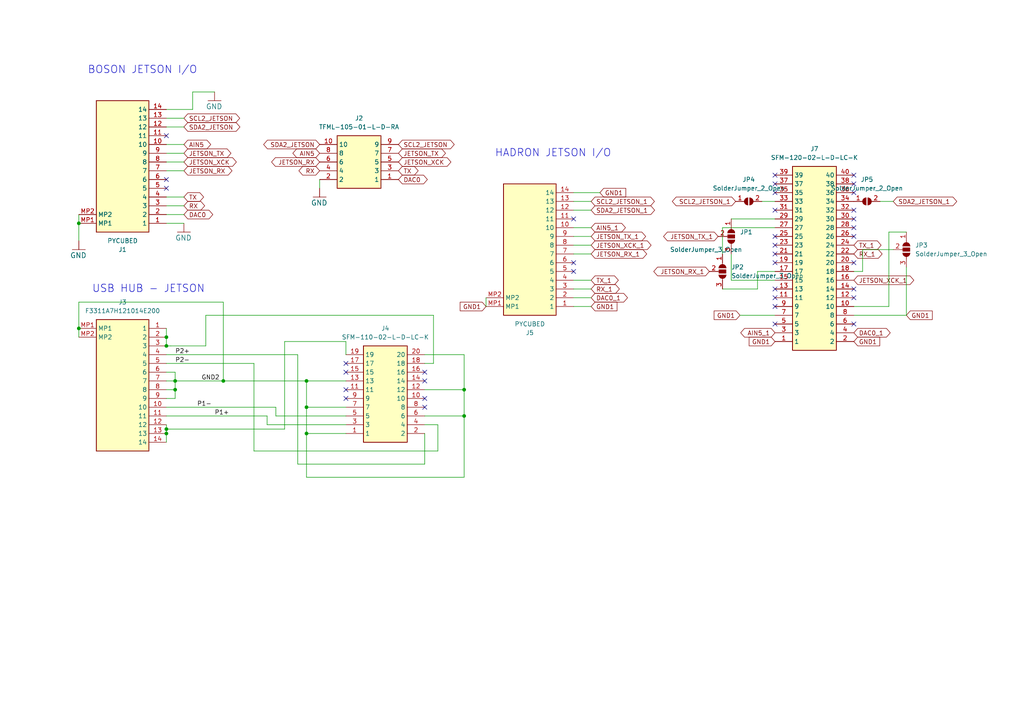
<source format=kicad_sch>
(kicad_sch (version 20230121) (generator eeschema)
  (paper "A4")
  (lib_symbols
    (symbol "Jumper:SolderJumper_2_Open" (pin_names (offset 0) hide)
      (property "Reference" "JP" (at 0 2.032 0))
      (property "Value" "SolderJumper_2_Open" (at 0 -2.54 0))
      (symbol "SolderJumper_2_Open_0_1"
        (arc (start -0.254 1.016) (mid -1.2656 0) (end -0.254 -1.016))
        (arc (start -0.254 1.016) (mid -1.2656 0) (end -0.254 -1.016) (fill (type outline)))
        (polyline (pts (xy -0.254 1.016) (xy -0.254 -1.016)))
        (polyline (pts (xy 0.254 1.016) (xy 0.254 -1.016)))
        (arc (start 0.254 -1.016) (mid 1.2656 0) (end 0.254 1.016))
        (arc (start 0.254 -1.016) (mid 1.2656 0) (end 0.254 1.016) (fill (type outline)))
      )
      (symbol "SolderJumper_2_Open_1_1"
        (pin passive line (at -3.81 0 0) (length 2.54) (name "A") (number "1"))
        (pin passive line (at 3.81 0 180) (length 2.54) (name "B") (number "2"))
      )
    )
    (symbol "Jumper:SolderJumper_3_Open" (pin_names (offset 0) hide)
      (property "Reference" "JP" (at -2.54 -2.54 0))
      (property "Value" "SolderJumper_3_Open" (at 0 2.794 0))
      (symbol "SolderJumper_3_Open_0_1"
        (arc (start -1.016 1.016) (mid -2.0276 0) (end -1.016 -1.016))
        (arc (start -1.016 1.016) (mid -2.0276 0) (end -1.016 -1.016) (fill (type outline)))
        (rectangle (start -0.508 1.016) (end 0.508 -1.016) (fill (type outline)))
        (polyline (pts (xy -2.54 0) (xy -2.032 0)))
        (polyline (pts (xy -1.016 1.016) (xy -1.016 -1.016)))
        (polyline (pts (xy 0 -1.27) (xy 0 -1.016)))
        (polyline (pts (xy 1.016 1.016) (xy 1.016 -1.016)))
        (polyline (pts (xy 2.54 0) (xy 2.032 0)))
        (arc (start 1.016 -1.016) (mid 2.0276 0) (end 1.016 1.016))
        (arc (start 1.016 -1.016) (mid 2.0276 0) (end 1.016 1.016) (fill (type outline)))
      )
      (symbol "SolderJumper_3_Open_1_1"
        (pin passive line (at -5.08 0 0) (length 2.54) (name "A") (number "1"))
        (pin passive line (at 0 -3.81 90) (length 2.54) (name "C") (number "2"))
        (pin passive line (at 5.08 0 180) (length 2.54) (name "B") (number "3"))
      )
    )
    (symbol "SamacSys_Parts:F3311A7H121014E200"
      (property "Reference" "J" (at 21.59 7.62 0))
      (property "Value" "F3311A7H121014E200" (at 21.59 5.08 0))
      (symbol "F3311A7H121014E200_1_1"
        (rectangle (start 5.08 2.54) (end 20.32 -35.56) (stroke (width 0.254)) (fill (type background)))
        (pin passive line (at 25.4 0 180) (length 5.08) (name "1") (number "1"))
        (pin passive line (at 25.4 -22.86 180) (length 5.08) (name "10") (number "10"))
        (pin passive line (at 25.4 -25.4 180) (length 5.08) (name "11") (number "11"))
        (pin passive line (at 25.4 -27.94 180) (length 5.08) (name "12") (number "12"))
        (pin passive line (at 25.4 -30.48 180) (length 5.08) (name "13") (number "13"))
        (pin passive line (at 25.4 -33.02 180) (length 5.08) (name "14") (number "14"))
        (pin passive line (at 25.4 -2.54 180) (length 5.08) (name "2") (number "2"))
        (pin passive line (at 25.4 -5.08 180) (length 5.08) (name "3") (number "3"))
        (pin passive line (at 25.4 -7.62 180) (length 5.08) (name "4") (number "4"))
        (pin passive line (at 25.4 -10.16 180) (length 5.08) (name "5") (number "5"))
        (pin passive line (at 25.4 -12.7 180) (length 5.08) (name "6") (number "6"))
        (pin passive line (at 25.4 -15.24 180) (length 5.08) (name "7") (number "7"))
        (pin passive line (at 25.4 -17.78 180) (length 5.08) (name "8") (number "8"))
        (pin passive line (at 25.4 -20.32 180) (length 5.08) (name "9") (number "9"))
        (pin passive line (at 0 0 0) (length 5.08) (name "MP1") (number "MP1"))
        (pin passive line (at 0 -2.54 0) (length 5.08) (name "MP2") (number "MP2"))
      )
    )
    (symbol "SamacSys_Parts:SFM-110-02-L-D-LC-K"
      (property "Reference" "J" (at 19.05 7.62 0))
      (property "Value" "SFM-110-02-L-D-LC-K" (at 19.05 5.08 0))
      (symbol "SFM-110-02-L-D-LC-K_1_1"
        (rectangle (start 5.08 2.54) (end 17.78 -25.4) (stroke (width 0.254)) (fill (type background)))
        (pin passive line (at 0 -22.86 0) (length 5.08) (name "1") (number "1"))
        (pin passive line (at 22.86 -12.7 180) (length 5.08) (name "10") (number "10"))
        (pin passive line (at 0 -10.16 0) (length 5.08) (name "11") (number "11"))
        (pin passive line (at 22.86 -10.16 180) (length 5.08) (name "12") (number "12"))
        (pin passive line (at 0 -7.62 0) (length 5.08) (name "13") (number "13"))
        (pin passive line (at 22.86 -7.62 180) (length 5.08) (name "14") (number "14"))
        (pin passive line (at 0 -5.08 0) (length 5.08) (name "15") (number "15"))
        (pin passive line (at 22.86 -5.08 180) (length 5.08) (name "16") (number "16"))
        (pin passive line (at 0 -2.54 0) (length 5.08) (name "17") (number "17"))
        (pin passive line (at 22.86 -2.54 180) (length 5.08) (name "18") (number "18"))
        (pin passive line (at 0 0 0) (length 5.08) (name "19") (number "19"))
        (pin passive line (at 22.86 -22.86 180) (length 5.08) (name "2") (number "2"))
        (pin passive line (at 22.86 0 180) (length 5.08) (name "20") (number "20"))
        (pin passive line (at 0 -20.32 0) (length 5.08) (name "3") (number "3"))
        (pin passive line (at 22.86 -20.32 180) (length 5.08) (name "4") (number "4"))
        (pin passive line (at 0 -17.78 0) (length 5.08) (name "5") (number "5"))
        (pin passive line (at 22.86 -17.78 180) (length 5.08) (name "6") (number "6"))
        (pin passive line (at 0 -15.24 0) (length 5.08) (name "7") (number "7"))
        (pin passive line (at 22.86 -15.24 180) (length 5.08) (name "8") (number "8"))
        (pin passive line (at 0 -12.7 0) (length 5.08) (name "9") (number "9"))
      )
    )
    (symbol "SamacSys_Parts:SFM-120-02-L-D-LC-K"
      (property "Reference" "J" (at 19.05 7.62 0))
      (property "Value" "SFM-120-02-L-D-LC-K" (at 19.05 5.08 0))
      (symbol "SFM-120-02-L-D-LC-K_1_1"
        (rectangle (start 5.08 2.54) (end 17.78 -50.8) (stroke (width 0.254)) (fill (type background)))
        (pin passive line (at 0 -48.26 0) (length 5.08) (name "1") (number "1"))
        (pin passive line (at 22.86 -38.1 180) (length 5.08) (name "10") (number "10"))
        (pin passive line (at 0 -35.56 0) (length 5.08) (name "11") (number "11"))
        (pin passive line (at 22.86 -35.56 180) (length 5.08) (name "12") (number "12"))
        (pin passive line (at 0 -33.02 0) (length 5.08) (name "13") (number "13"))
        (pin passive line (at 22.86 -33.02 180) (length 5.08) (name "14") (number "14"))
        (pin passive line (at 0 -30.48 0) (length 5.08) (name "15") (number "15"))
        (pin passive line (at 22.86 -30.48 180) (length 5.08) (name "16") (number "16"))
        (pin passive line (at 0 -27.94 0) (length 5.08) (name "17") (number "17"))
        (pin passive line (at 22.86 -27.94 180) (length 5.08) (name "18") (number "18"))
        (pin passive line (at 0 -25.4 0) (length 5.08) (name "19") (number "19"))
        (pin passive line (at 22.86 -48.26 180) (length 5.08) (name "2") (number "2"))
        (pin passive line (at 22.86 -25.4 180) (length 5.08) (name "20") (number "20"))
        (pin passive line (at 0 -22.86 0) (length 5.08) (name "21") (number "21"))
        (pin passive line (at 22.86 -22.86 180) (length 5.08) (name "22") (number "22"))
        (pin passive line (at 0 -20.32 0) (length 5.08) (name "23") (number "23"))
        (pin passive line (at 22.86 -20.32 180) (length 5.08) (name "24") (number "24"))
        (pin passive line (at 0 -17.78 0) (length 5.08) (name "25") (number "25"))
        (pin passive line (at 22.86 -17.78 180) (length 5.08) (name "26") (number "26"))
        (pin passive line (at 0 -15.24 0) (length 5.08) (name "27") (number "27"))
        (pin passive line (at 22.86 -15.24 180) (length 5.08) (name "28") (number "28"))
        (pin passive line (at 0 -12.7 0) (length 5.08) (name "29") (number "29"))
        (pin passive line (at 0 -45.72 0) (length 5.08) (name "3") (number "3"))
        (pin passive line (at 22.86 -12.7 180) (length 5.08) (name "30") (number "30"))
        (pin passive line (at 0 -10.16 0) (length 5.08) (name "31") (number "31"))
        (pin passive line (at 22.86 -10.16 180) (length 5.08) (name "32") (number "32"))
        (pin passive line (at 0 -7.62 0) (length 5.08) (name "33") (number "33"))
        (pin passive line (at 22.86 -7.62 180) (length 5.08) (name "34") (number "34"))
        (pin passive line (at 0 -5.08 0) (length 5.08) (name "35") (number "35"))
        (pin passive line (at 22.86 -5.08 180) (length 5.08) (name "36") (number "36"))
        (pin passive line (at 0 -2.54 0) (length 5.08) (name "37") (number "37"))
        (pin passive line (at 22.86 -2.54 180) (length 5.08) (name "38") (number "38"))
        (pin passive line (at 0 0 0) (length 5.08) (name "39") (number "39"))
        (pin passive line (at 22.86 -45.72 180) (length 5.08) (name "4") (number "4"))
        (pin passive line (at 22.86 0 180) (length 5.08) (name "40") (number "40"))
        (pin passive line (at 0 -43.18 0) (length 5.08) (name "5") (number "5"))
        (pin passive line (at 22.86 -43.18 180) (length 5.08) (name "6") (number "6"))
        (pin passive line (at 0 -40.64 0) (length 5.08) (name "7") (number "7"))
        (pin passive line (at 22.86 -40.64 180) (length 5.08) (name "8") (number "8"))
        (pin passive line (at 0 -38.1 0) (length 5.08) (name "9") (number "9"))
      )
    )
    (symbol "SamacSys_Parts:TFML-105-01-L-D-RA"
      (property "Reference" "J" (at 19.05 7.62 0))
      (property "Value" "TFML-105-01-L-D-RA" (at 19.05 5.08 0))
      (symbol "TFML-105-01-L-D-RA_1_1"
        (rectangle (start 5.08 2.54) (end 17.78 -12.7) (stroke (width 0.254)) (fill (type background)))
        (pin passive line (at 22.86 -10.16 180) (length 5.08) (name "1") (number "1"))
        (pin passive line (at 0 0 0) (length 5.08) (name "10") (number "10"))
        (pin passive line (at 0 -10.16 0) (length 5.08) (name "2") (number "2"))
        (pin passive line (at 22.86 -7.62 180) (length 5.08) (name "3") (number "3"))
        (pin passive line (at 0 -7.62 0) (length 5.08) (name "4") (number "4"))
        (pin passive line (at 22.86 -5.08 180) (length 5.08) (name "5") (number "5"))
        (pin passive line (at 0 -5.08 0) (length 5.08) (name "6") (number "6"))
        (pin passive line (at 22.86 -2.54 180) (length 5.08) (name "7") (number "7"))
        (pin passive line (at 0 -2.54 0) (length 5.08) (name "8") (number "8"))
        (pin passive line (at 22.86 0 180) (length 5.08) (name "9") (number "9"))
      )
    )
    (symbol "mainboard:GND" (power) (pin_names (offset 1.016))
      (property "Value" "GND" (at -2.54 -2.54 0))
      (symbol "GND_1_0"
        (polyline (pts (xy -1.905 0) (xy 1.905 0)))
        (pin power_in line (at 0 2.54 270) (length 2.54) (name "GND") (number "1"))
      )
    )
  )
  (junction (at 48.26 125.73))
  (junction (at 134.62 113.03))
  (junction (at 88.9 118.11))
  (junction (at 88.9 110.49))
  (junction (at 50.8 113.03))
  (junction (at 22.86 64.77))
  (junction (at 48.26 124.46))
  (junction (at 88.9 125.73))
  (junction (at 48.26 97.79))
  (junction (at 134.62 120.65))
  (junction (at 48.26 100.33))
  (junction (at 50.8 110.49))
  (junction (at 22.86 95.25))
  (junction (at 64.77 110.49))
  (no_connect (at 224.79 86.36))
  (no_connect (at 224.79 83.82))
  (no_connect (at 247.65 53.34))
  (no_connect (at 247.65 83.82))
  (no_connect (at 123.19 115.57))
  (no_connect (at 48.26 54.61))
  (no_connect (at 224.79 71.12))
  (no_connect (at 247.65 93.98))
  (no_connect (at 123.19 107.95))
  (no_connect (at 123.19 118.11))
  (no_connect (at 224.79 55.88))
  (no_connect (at 247.65 50.8))
  (no_connect (at 224.79 76.2))
  (no_connect (at 166.37 76.2))
  (no_connect (at 224.79 93.98))
  (no_connect (at 247.65 76.2))
  (no_connect (at 247.65 60.96))
  (no_connect (at 247.65 86.36))
  (no_connect (at 224.79 73.66))
  (no_connect (at 166.37 78.74))
  (no_connect (at 100.33 115.57))
  (no_connect (at 247.65 68.58))
  (no_connect (at 247.65 66.04))
  (no_connect (at 224.79 53.34))
  (no_connect (at 48.26 52.07))
  (no_connect (at 224.79 60.96))
  (no_connect (at 100.33 105.41))
  (no_connect (at 123.19 110.49))
  (no_connect (at 224.79 88.9))
  (no_connect (at 166.37 63.5))
  (no_connect (at 247.65 55.88))
  (no_connect (at 100.33 107.95))
  (no_connect (at 100.33 113.03))
  (no_connect (at 247.65 63.5))
  (no_connect (at 48.26 39.37))
  (no_connect (at 224.79 68.58))
  (no_connect (at 224.79 50.8))
  (wire (pts (xy 80.01 118.11) (xy 80.01 120.65)))
  (wire (pts (xy 48.26 105.41) (xy 73.66 105.41)) (stroke (width 0.1524)))
  (wire (pts (xy 134.62 102.87) (xy 134.62 113.03)))
  (wire (pts (xy 48.26 125.73) (xy 48.26 128.27)))
  (wire (pts (xy 127 123.19) (xy 123.19 123.19)) (stroke (width 0.1524)))
  (wire (pts (xy 55.88 26.67) (xy 62.23 26.67)))
  (wire (pts (xy 140.97 88.9) (xy 140.97 86.36)))
  (wire (pts (xy 100.33 118.11) (xy 88.9 118.11)))
  (wire (pts (xy 82.55 99.06) (xy 100.33 99.06)))
  (wire (pts (xy 219.71 83.82) (xy 219.71 78.74)))
  (wire (pts (xy 220.98 58.42) (xy 224.79 58.42)))
  (wire (pts (xy 64.77 87.63) (xy 64.77 110.49)))
  (wire (pts (xy 22.86 95.25) (xy 22.86 97.79)))
  (wire (pts (xy 48.26 31.75) (xy 55.88 31.75)))
  (wire (pts (xy 22.86 87.63) (xy 64.77 87.63)))
  (wire (pts (xy 50.8 107.95) (xy 50.8 110.49)) (stroke (width 0.1524)))
  (wire (pts (xy 48.26 118.11) (xy 80.01 118.11)))
  (wire (pts (xy 166.37 73.66) (xy 171.45 73.66)))
  (wire (pts (xy 48.26 124.46) (xy 82.55 124.46)))
  (wire (pts (xy 64.77 110.49) (xy 88.9 110.49)) (stroke (width 0.1524)))
  (wire (pts (xy 48.26 46.99) (xy 53.34 46.99)))
  (wire (pts (xy 209.55 83.82) (xy 219.71 83.82)))
  (wire (pts (xy 250.19 78.74) (xy 247.65 78.74)))
  (wire (pts (xy 166.37 88.9) (xy 171.45 88.9)))
  (wire (pts (xy 48.26 115.57) (xy 50.8 115.57)))
  (wire (pts (xy 134.62 120.65) (xy 123.19 120.65)))
  (wire (pts (xy 55.88 26.67) (xy 55.88 31.75)))
  (wire (pts (xy 134.62 113.03) (xy 134.62 120.65)))
  (wire (pts (xy 48.26 100.33) (xy 48.26 97.79)) (stroke (width 0.1524)))
  (wire (pts (xy 48.26 49.53) (xy 53.34 49.53)))
  (wire (pts (xy 100.33 125.73) (xy 88.9 125.73)))
  (wire (pts (xy 59.69 100.33) (xy 49.53 100.33)))
  (wire (pts (xy 22.86 95.25) (xy 22.86 87.63)))
  (wire (pts (xy 134.62 138.43) (xy 134.62 120.65)))
  (wire (pts (xy 22.86 64.77) (xy 22.86 69.85)))
  (wire (pts (xy 255.27 58.42) (xy 259.08 58.42)))
  (wire (pts (xy 166.37 55.88) (xy 173.99 55.88)))
  (wire (pts (xy 166.37 58.42) (xy 171.45 58.42)))
  (wire (pts (xy 73.66 130.81) (xy 127 130.81)) (stroke (width 0.1524)))
  (wire (pts (xy 250.19 72.39) (xy 250.19 78.74)))
  (wire (pts (xy 100.33 99.06) (xy 100.33 102.87)))
  (wire (pts (xy 123.19 102.87) (xy 134.62 102.87)))
  (wire (pts (xy 262.89 77.47) (xy 262.89 91.44)))
  (wire (pts (xy 166.37 83.82) (xy 171.45 83.82)))
  (wire (pts (xy 166.37 81.28) (xy 171.45 81.28)))
  (wire (pts (xy 171.45 66.04) (xy 166.37 66.04)))
  (wire (pts (xy 247.65 91.44) (xy 262.89 91.44)))
  (wire (pts (xy 48.26 124.46) (xy 48.26 125.73)))
  (wire (pts (xy 48.26 113.03) (xy 50.8 113.03)))
  (wire (pts (xy 48.26 62.23) (xy 53.34 62.23)))
  (wire (pts (xy 59.69 91.44) (xy 125.73 91.44)))
  (wire (pts (xy 48.26 123.19) (xy 48.26 124.46)))
  (wire (pts (xy 88.9 110.49) (xy 88.9 118.11)))
  (wire (pts (xy 77.47 123.19) (xy 100.33 123.19)))
  (wire (pts (xy 59.69 100.33) (xy 59.69 91.44)))
  (wire (pts (xy 127 130.81) (xy 127 123.19)) (stroke (width 0.1524)))
  (wire (pts (xy 212.09 63.5) (xy 224.79 63.5)))
  (wire (pts (xy 259.08 72.39) (xy 250.19 72.39)))
  (wire (pts (xy 48.26 57.15) (xy 53.34 57.15)))
  (wire (pts (xy 257.81 88.9) (xy 257.81 67.31)))
  (wire (pts (xy 77.47 120.65) (xy 77.47 123.19)))
  (wire (pts (xy 214.63 91.44) (xy 224.79 91.44)))
  (wire (pts (xy 166.37 68.58) (xy 171.45 68.58)))
  (wire (pts (xy 50.8 115.57) (xy 50.8 113.03)))
  (wire (pts (xy 257.81 67.31) (xy 262.89 67.31)))
  (wire (pts (xy 48.26 100.33) (xy 49.53 100.33)) (stroke (width 0.1524)))
  (wire (pts (xy 48.26 59.69) (xy 53.34 59.69)))
  (wire (pts (xy 86.36 102.87) (xy 86.36 134.62)) (stroke (width 0.1524)))
  (wire (pts (xy 86.36 102.87) (xy 48.26 102.87)) (stroke (width 0.1524)))
  (wire (pts (xy 219.71 78.74) (xy 224.79 78.74)))
  (wire (pts (xy 48.26 64.77) (xy 53.34 64.77)))
  (wire (pts (xy 48.26 44.45) (xy 53.34 44.45)))
  (wire (pts (xy 123.19 105.41) (xy 125.73 105.41)))
  (wire (pts (xy 86.36 134.62) (xy 123.19 134.62)) (stroke (width 0.1524)))
  (wire (pts (xy 212.09 73.66) (xy 212.09 81.28)))
  (wire (pts (xy 50.8 113.03) (xy 50.8 110.49)))
  (wire (pts (xy 22.86 64.77) (xy 22.86 62.23)))
  (wire (pts (xy 166.37 86.36) (xy 171.45 86.36)))
  (wire (pts (xy 88.9 118.11) (xy 88.9 125.73)))
  (wire (pts (xy 53.34 41.91) (xy 48.26 41.91)))
  (wire (pts (xy 209.55 73.66) (xy 209.55 66.04)))
  (wire (pts (xy 92.71 52.07) (xy 92.71 54.61)))
  (wire (pts (xy 48.26 36.83) (xy 53.34 36.83)))
  (wire (pts (xy 166.37 71.12) (xy 171.45 71.12)))
  (wire (pts (xy 88.9 138.43) (xy 134.62 138.43)))
  (wire (pts (xy 209.55 66.04) (xy 224.79 66.04)))
  (wire (pts (xy 82.55 124.46) (xy 82.55 99.06)))
  (wire (pts (xy 166.37 60.96) (xy 171.45 60.96)))
  (wire (pts (xy 125.73 91.44) (xy 125.73 105.41)))
  (wire (pts (xy 123.19 113.03) (xy 134.62 113.03)))
  (wire (pts (xy 80.01 120.65) (xy 100.33 120.65)))
  (wire (pts (xy 48.26 97.79) (xy 48.26 95.25)) (stroke (width 0.1524)))
  (wire (pts (xy 247.65 88.9) (xy 257.81 88.9)))
  (wire (pts (xy 50.8 110.49) (xy 64.77 110.49)) (stroke (width 0.1524)))
  (wire (pts (xy 123.19 134.62) (xy 123.19 125.73)) (stroke (width 0.1524)))
  (wire (pts (xy 48.26 120.65) (xy 77.47 120.65)))
  (wire (pts (xy 48.26 110.49) (xy 50.8 110.49)) (stroke (width 0.1524)))
  (wire (pts (xy 88.9 125.73) (xy 88.9 138.43)))
  (wire (pts (xy 212.09 81.28) (xy 224.79 81.28)))
  (wire (pts (xy 73.66 105.41) (xy 73.66 130.81)) (stroke (width 0.1524)))
  (wire (pts (xy 48.26 34.29) (xy 53.34 34.29)))
  (wire (pts (xy 100.33 110.49) (xy 88.9 110.49)))
  (wire (pts (xy 48.26 107.95) (xy 50.8 107.95)) (stroke (width 0.1524)))
  (text "USB HUB - JETSON\n" (at 26.67 85.09 0) (effects (font (size 2.159 2.159)) (justify left bottom)))
  (text "BOSON JETSON I/O" (at 25.4 21.59 0) (effects (font (size 2.159 2.159)) (justify left bottom)))
  (text "HADRON JETSON I/O" (at 143.51 45.72 0) (effects (font (size 2.159 2.159)) (justify left bottom)))
  (label "P2-" (at 50.8 105.41 0))
  (label "P2+" (at 50.8 102.87 0))
  (label "P1+" (at 62.23 120.65 0))
  (label "GND2" (at 58.42 110.49 0))
  (label "P1-" (at 57.15 118.11 0))
  (global_label "JETSON_TX_1" (shape bidirectional) (at 171.45 68.58 0) (property "Intersheetrefs" "${INTERSHEET_REFS}" (effects hide)))
  (global_label "SCL2_JETSON" (shape bidirectional) (at 53.34 34.29 0) (property "Intersheetrefs" "${INTERSHEET_REFS}" (effects hide)))
  (global_label "JETSON_RX_1" (shape bidirectional) (at 171.45 73.66 0) (property "Intersheetrefs" "${INTERSHEET_REFS}" (effects hide)))
  (global_label "JETSON_RX_1" (shape bidirectional) (at 205.74 78.74 180) (property "Intersheetrefs" "${INTERSHEET_REFS}" (effects hide)))
  (global_label "GND1" (shape input) (at 171.45 88.9 0) (property "Intersheetrefs" "${INTERSHEET_REFS}" (effects hide)))
  (global_label "JETSON_TX" (shape bidirectional) (at 115.57 44.45 0) (property "Intersheetrefs" "${INTERSHEET_REFS}" (effects hide)))
  (global_label "RX" (shape bidirectional) (at 92.71 49.53 180) (property "Intersheetrefs" "${INTERSHEET_REFS}" (effects hide)))
  (global_label "TX_1" (shape bidirectional) (at 171.45 81.28 0) (property "Intersheetrefs" "${INTERSHEET_REFS}" (effects hide)))
  (global_label "SDA2_JETSON_1" (shape bidirectional) (at 171.45 60.96 0) (property "Intersheetrefs" "${INTERSHEET_REFS}" (effects hide)))
  (global_label "JETSON_XCK_1" (shape bidirectional) (at 247.65 81.28 0) (property "Intersheetrefs" "${INTERSHEET_REFS}" (effects hide)))
  (global_label "GND1" (shape input) (at 140.97 88.9 180) (property "Intersheetrefs" "${INTERSHEET_REFS}" (effects hide)))
  (global_label "SDA2_JETSON" (shape bidirectional) (at 92.71 41.91 180) (property "Intersheetrefs" "${INTERSHEET_REFS}" (effects hide)))
  (global_label "AIN5_1" (shape bidirectional) (at 224.79 96.52 180) (property "Intersheetrefs" "${INTERSHEET_REFS}" (effects hide)))
  (global_label "DAC0" (shape bidirectional) (at 115.57 52.07 0) (property "Intersheetrefs" "${INTERSHEET_REFS}" (effects hide)))
  (global_label "TX" (shape bidirectional) (at 115.57 49.53 0) (property "Intersheetrefs" "${INTERSHEET_REFS}" (effects hide)))
  (global_label "GND1" (shape input) (at 262.89 91.44 0) (property "Intersheetrefs" "${INTERSHEET_REFS}" (effects hide)))
  (global_label "JETSON_XCK" (shape bidirectional) (at 115.57 46.99 0) (property "Intersheetrefs" "${INTERSHEET_REFS}" (effects hide)))
  (global_label "GND1" (shape input) (at 173.99 55.88 0) (property "Intersheetrefs" "${INTERSHEET_REFS}" (effects hide)))
  (global_label "DAC0_1" (shape bidirectional) (at 247.65 96.52 0) (property "Intersheetrefs" "${INTERSHEET_REFS}" (effects hide)))
  (global_label "GND1" (shape input) (at 224.79 99.06 180) (property "Intersheetrefs" "${INTERSHEET_REFS}" (effects hide)))
  (global_label "SCL2_JETSON_1" (shape bidirectional) (at 213.36 58.42 180) (property "Intersheetrefs" "${INTERSHEET_REFS}" (effects hide)))
  (global_label "JETSON_TX" (shape bidirectional) (at 53.34 44.45 0) (property "Intersheetrefs" "${INTERSHEET_REFS}" (effects hide)))
  (global_label "SDA2_JETSON_1" (shape bidirectional) (at 259.08 58.42 0) (property "Intersheetrefs" "${INTERSHEET_REFS}" (effects hide)))
  (global_label "JETSON_TX_1" (shape bidirectional) (at 208.28 68.58 180) (property "Intersheetrefs" "${INTERSHEET_REFS}" (effects hide)))
  (global_label "SDA2_JETSON" (shape bidirectional) (at 53.34 36.83 0) (property "Intersheetrefs" "${INTERSHEET_REFS}" (effects hide)))
  (global_label "DAC0" (shape bidirectional) (at 53.34 62.23 0) (property "Intersheetrefs" "${INTERSHEET_REFS}" (effects hide)))
  (global_label "JETSON_XCK_1" (shape bidirectional) (at 171.45 71.12 0) (property "Intersheetrefs" "${INTERSHEET_REFS}" (effects hide)))
  (global_label "DAC0_1" (shape bidirectional) (at 171.45 86.36 0) (property "Intersheetrefs" "${INTERSHEET_REFS}" (effects hide)))
  (global_label "SCL2_JETSON_1" (shape bidirectional) (at 171.45 58.42 0) (property "Intersheetrefs" "${INTERSHEET_REFS}" (effects hide)))
  (global_label "GND1" (shape input) (at 247.65 99.06 0) (property "Intersheetrefs" "${INTERSHEET_REFS}" (effects hide)))
  (global_label "RX_1" (shape bidirectional) (at 247.65 73.66 0) (property "Intersheetrefs" "${INTERSHEET_REFS}" (effects hide)))
  (global_label "JETSON_XCK" (shape bidirectional) (at 53.34 46.99 0) (property "Intersheetrefs" "${INTERSHEET_REFS}" (effects hide)))
  (global_label "GND1" (shape input) (at 214.63 91.44 180) (property "Intersheetrefs" "${INTERSHEET_REFS}" (effects hide)))
  (global_label "JETSON_RX" (shape bidirectional) (at 53.34 49.53 0) (property "Intersheetrefs" "${INTERSHEET_REFS}" (effects hide)))
  (global_label "AIN5" (shape bidirectional) (at 92.71 44.45 180) (property "Intersheetrefs" "${INTERSHEET_REFS}" (effects hide)))
  (global_label "TX" (shape bidirectional) (at 53.34 57.15 0) (property "Intersheetrefs" "${INTERSHEET_REFS}" (effects hide)))
  (global_label "TX_1" (shape bidirectional) (at 247.65 71.12 0) (property "Intersheetrefs" "${INTERSHEET_REFS}" (effects hide)))
  (global_label "RX_1" (shape bidirectional) (at 171.45 83.82 0) (property "Intersheetrefs" "${INTERSHEET_REFS}" (effects hide)))
  (global_label "SCL2_JETSON" (shape bidirectional) (at 115.57 41.91 0) (property "Intersheetrefs" "${INTERSHEET_REFS}" (effects hide)))
  (global_label "AIN5_1" (shape bidirectional) (at 171.45 66.04 0) (property "Intersheetrefs" "${INTERSHEET_REFS}" (effects hide)))
  (global_label "RX" (shape bidirectional) (at 53.34 59.69 0) (property "Intersheetrefs" "${INTERSHEET_REFS}" (effects hide)))
  (global_label "AIN5" (shape bidirectional) (at 53.34 41.91 0) (property "Intersheetrefs" "${INTERSHEET_REFS}" (effects hide)))
  (global_label "JETSON_RX" (shape bidirectional) (at 92.71 46.99 180) (property "Intersheetrefs" "${INTERSHEET_REFS}" (effects hide)))
  (symbol (lib_id "SamacSys_Parts:F3311A7H121014E200") (at 140.97 88.9 0) (mirror x) (unit 1)
    (property "Reference" "J5" (at 153.67 96.52 0))
    (property "Value" "PYCUBED" (at 153.67 93.98 0))
    (property "Footprint" "F3311A7H121014E200" (effects hide))
    (property "Datasheet" "https://cdn.amphenol-cs.com/media/wysiwyg/files/documentation/datasheet/flex/ffc_fpc_050mm_f331.pdf" (effects hide))
    (property "Height" "1.12" (effects hide))
    (property "Manufacturer_Name" "Amphenol Communications Solutions" (effects hide))
    (property "Manufacturer_Part_Number" "F3311A7H121014E200" (effects hide))
  )
  (symbol (lib_id "SamacSys_Parts:F3311A7H121014E200") (at 22.86 64.77 0) (mirror x) (unit 1)
    (property "Reference" "J1" (at 35.56 72.39 0))
    (property "Value" "PYCUBED" (at 35.56 69.85 0))
    (property "Footprint" "F3311A7H121014E200" (effects hide))
    (property "Datasheet" "https://cdn.amphenol-cs.com/media/wysiwyg/files/documentation/datasheet/flex/ffc_fpc_050mm_f331.pdf" (effects hide))
    (property "Height" "1.12" (effects hide))
    (property "Manufacturer_Name" "Amphenol Communications Solutions" (effects hide))
    (property "Manufacturer_Part_Number" "F3311A7H121014E200" (effects hide))
  )
  (symbol (lib_id "SamacSys_Parts:TFML-105-01-L-D-RA") (at 92.71 41.91 0) (unit 1)
    (property "Reference" "J2" (at 104.14 34.29 0))
    (property "Value" "TFML-105-01-L-D-RA" (at 104.14 36.83 0))
    (property "Footprint" "TFML10501LDRA" (effects hide))
    (property "Datasheet" "https://suddendocs.samtec.com/prints/tfmthd.pdf" (effects hide))
    (property "Height" "5.842" (effects hide))
    (property "Manufacturer_Name" "SAMTEC" (effects hide))
    (property "Manufacturer_Part_Number" "TFML-105-01-L-D-RA" (effects hide))
    (property "Mouser Part Number" "200-TFML10501LDRA" (effects hide))
    (property "Mouser Price/Stock" "https://www.mouser.co.uk/ProductDetail/Samtec/TFML-105-01-L-D-RA?qs=%252BZP6%2F%252BtExtC%252Bt0p3A%2FGOhg%3D%3D" (effects hide))
    (property "Arrow Part Number" "TFML-105-01-L-D-RA" (effects hide))
    (property "Arrow Price/Stock" "https://www.arrow.com/en/products/tfml-105-01-l-d-ra/samtec?region=nac" (effects hide))
  )
  (symbol (lib_id "Jumper:SolderJumper_3_Open") (at 209.55 78.74 270) (unit 1)
    (property "Reference" "JP2" (at 212.09 77.47 90) (effects (justify left)))
    (property "Value" "SolderJumper_3_Open" (at 212.09 80.01 90) (effects (justify left)))
    (property "Footprint" "Jumper:SolderJumper-3_P1.3mm_Open_Pad1.0x1.5mm" (effects hide))
  )
  (symbol (lib_id "SamacSys_Parts:F3311A7H121014E200") (at 22.86 95.25 0) (unit 1)
    (property "Reference" "J3" (at 35.56 87.63 0))
    (property "Value" "F3311A7H121014E200" (at 35.56 90.17 0))
    (property "Footprint" "F3311A7H121014E200" (effects hide))
    (property "Datasheet" "https://cdn.amphenol-cs.com/media/wysiwyg/files/documentation/datasheet/flex/ffc_fpc_050mm_f331.pdf" (effects hide))
    (property "Height" "1.12" (effects hide))
    (property "Manufacturer_Name" "Amphenol Communications Solutions" (effects hide))
    (property "Manufacturer_Part_Number" "F3311A7H121014E200" (effects hide))
  )
  (symbol (lib_id "Jumper:SolderJumper_3_Open") (at 212.09 68.58 270) (unit 1)
    (property "Reference" "JP1" (at 214.63 67.31 90) (effects (justify left)))
    (property "Value" "SolderJumper_3_Open" (at 194.31 72.39 90) (effects (justify left)))
    (property "Footprint" "Jumper:SolderJumper-3_P1.3mm_Open_Pad1.0x1.5mm" (effects hide))
  )
  (symbol (lib_id "mainboard:GND") (at 92.71 57.15 0) (unit 1)
    (property "Reference" "#GND04" (effects hide))
    (property "Value" "GND" (at 90.17 59.69 0) (effects (font (size 1.4986 1.4986)) (justify left bottom)))
  )
  (symbol (lib_id "mainboard:GND") (at 62.23 29.21 0) (unit 1)
    (property "Reference" "#GND03" (effects hide))
    (property "Value" "GND" (at 59.69 31.75 0) (effects (font (size 1.4986 1.4986)) (justify left bottom)))
  )
  (symbol (lib_id "SamacSys_Parts:SFM-110-02-L-D-LC-K") (at 100.33 102.87 0) (unit 1)
    (property "Reference" "J4" (at 111.76 95.25 0))
    (property "Value" "SFM-110-02-L-D-LC-K" (at 111.76 97.79 0))
    (property "Footprint" "SFM11002LDLCK" (effects hide))
    (property "Datasheet" "https://suddendocs.samtec.com/catalog_english/sfm.pdf" (effects hide))
    (property "Height" "4.7" (effects hide))
    (property "Manufacturer_Name" "SAMTEC" (effects hide))
    (property "Manufacturer_Part_Number" "SFM-110-02-L-D-LC-K" (effects hide))
    (property "Mouser Part Number" "200-SFM11002LDLCK" (effects hide))
    (property "Mouser Price/Stock" "https://www.mouser.co.uk/ProductDetail/Samtec/SFM-110-02-L-D-LC-K?qs=PB6%2FjmICvI3p8rFO2SE%252BVQ%3D%3D" (effects hide))
  )
  (symbol (lib_id "mainboard:GND") (at 22.86 72.39 0) (unit 1)
    (property "Reference" "#GND01" (effects hide))
    (property "Value" "GND" (at 20.32 74.93 0) (effects (font (size 1.4986 1.4986)) (justify left bottom)))
  )
  (symbol (lib_id "Jumper:SolderJumper_3_Open") (at 262.89 72.39 270) (unit 1)
    (property "Reference" "JP3" (at 265.43 71.12 90) (effects (justify left)))
    (property "Value" "SolderJumper_3_Open" (at 265.43 73.66 90) (effects (justify left)))
    (property "Footprint" "Jumper:SolderJumper-3_P1.3mm_Open_Pad1.0x1.5mm" (effects hide))
  )
  (symbol (lib_id "mainboard:GND") (at 53.34 67.31 0) (unit 1)
    (property "Reference" "#GND02" (effects hide))
    (property "Value" "GND" (at 50.8 69.85 0) (effects (font (size 1.4986 1.4986)) (justify left bottom)))
  )
  (symbol (lib_id "Jumper:SolderJumper_2_Open") (at 217.17 58.42 0) (unit 1)
    (property "Reference" "JP4" (at 217.17 52.07 0))
    (property "Value" "SolderJumper_2_Open" (at 217.17 54.61 0))
    (property "Footprint" "Jumper:SolderJumper-2_P1.3mm_Open_Pad1.0x1.5mm" (effects hide))
  )
  (symbol (lib_id "SamacSys_Parts:SFM-120-02-L-D-LC-K") (at 224.79 50.8 0) (unit 1)
    (property "Reference" "J7" (at 236.22 43.18 0))
    (property "Value" "SFM-120-02-L-D-LC-K" (at 236.22 45.72 0))
    (property "Footprint" "SFM12002LDLCK" (effects hide))
    (property "Datasheet" "https://suddendocs.samtec.com/prints/sfm-1xx-xx-xxx-d-xxx-mkt.pdf" (effects hide))
    (property "Height" "4.83" (effects hide))
    (property "Manufacturer_Name" "SAMTEC" (effects hide))
    (property "Manufacturer_Part_Number" "SFM-120-02-L-D-LC-K" (effects hide))
    (property "Mouser Part Number" "200-SFM12002LDLCK" (effects hide))
    (property "Mouser Price/Stock" "https://www.mouser.co.uk/ProductDetail/Samtec/SFM-120-02-L-D-LC-K?qs=PB6%2FjmICvI3Pc7go9q0Oqg%3D%3D" (effects hide))
  )
  (symbol (lib_id "Jumper:SolderJumper_2_Open") (at 251.46 58.42 0) (unit 1)
    (property "Reference" "JP5" (at 251.46 52.07 0))
    (property "Value" "SolderJumper_2_Open" (at 251.46 54.61 0))
    (property "Footprint" "Jumper:SolderJumper-2_P1.3mm_Open_Pad1.0x1.5mm" (effects hide))
  )
)
</source>
